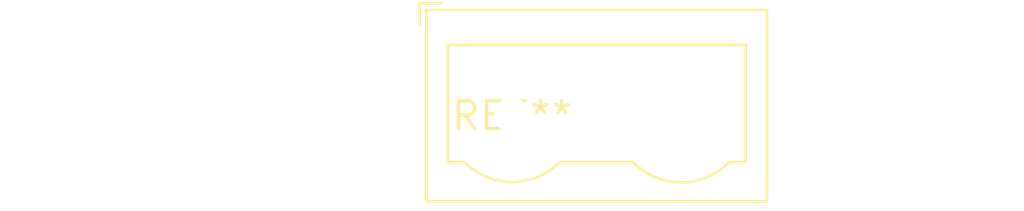
<source format=kicad_pcb>
(kicad_pcb (version 20240108) (generator pcbnew)
  (layers (0 "F.Cu" signal) (31 "B.Cu" signal) (34 "B.Paste" user) (35 "F.Paste" user) (36 "B.SilkS" user "B.Silkscreen") (37 "F.SilkS" user "F.Silkscreen") (38 "B.Mask" user) (39 "F.Mask" user) (44 "Edge.Cuts" user))
  (net 0 "")
  (footprint "TerminalBlock_Wuerth_691311400102_P7.62mm" (layer "F.Cu") (at 0 0)
    (property "Reference" "REF**")
    (property "Value" "TerminalBlock_Wuerth_691311400102_P7.62mm")
    (fp_line (start -4.17 -5.07) (end -4.17 -4.07) (layer "F.SilkS") (stroke (width 0.12)))
    (fp_line (start -4.17 -5.07) (end -3.17 -5.07) (layer "F.SilkS") (stroke (width 0.12)))
    (fp_line (start -3.87 3.87) (end -3.87 -4.77) (layer "F.SilkS") (stroke (width 0.12)))
    (fp_line (start -3.86 -4.77) (end 11.49 -4.77) (layer "F.SilkS") (stroke (width 0.12)))
    (fp_line (start -2.89 -3.2) (end -2.89 2.1) (layer "F.SilkS") (stroke (width 0.12)))
    (fp_line (start -2.89 2.1) (end -2.14 2.1) (layer "F.SilkS") (stroke (width 0.12)))
    (fp_line (start 2.14 2.1) (end 5.46 2.1) (layer "F.SilkS") (stroke (width 0.12)))
    (fp_line (start 9.78 2.1) (end 10.53 2.1) (layer "F.SilkS") (stroke (width 0.12)))
    (fp_line (start 10.53 -3.2) (end -2.89 -3.2) (layer "F.SilkS") (stroke (width 0.12)))
    (fp_line (start 10.53 2.1) (end 10.53 -3.2) (layer "F.SilkS") (stroke (width 0.12)))
    (fp_line (start 11.49 -4.77) (end 11.49 3.87) (layer "F.SilkS") (stroke (width 0.12)))
    (fp_line (start 11.49 3.87) (end -3.87 3.87) (layer "F.SilkS") (stroke (width 0.12)))
    (fp_arc (start 2.140696 2.099291) (mid 0.000497 2.998266) (end -2.14 2.1) (layer "F.SilkS") (stroke (width 0.12)))
    (fp_arc (start 9.779492 2.100522) (mid 7.619636 3.012573) (end 5.46 2.1) (layer "F.SilkS") (stroke (width 0.12)))
    (pad "1" thru_hole rect (at 0 0) (size 2.54 2.54) (drill 1.6) (layers *.Cu *.Mask) (remove_unused_layers))
    (pad "2" thru_hole circle (at 7.62 0) (size 2.54 2.54) (drill 1.6) (layers *.Cu *.Mask) (remove_unused_layers))
  )
)
</source>
